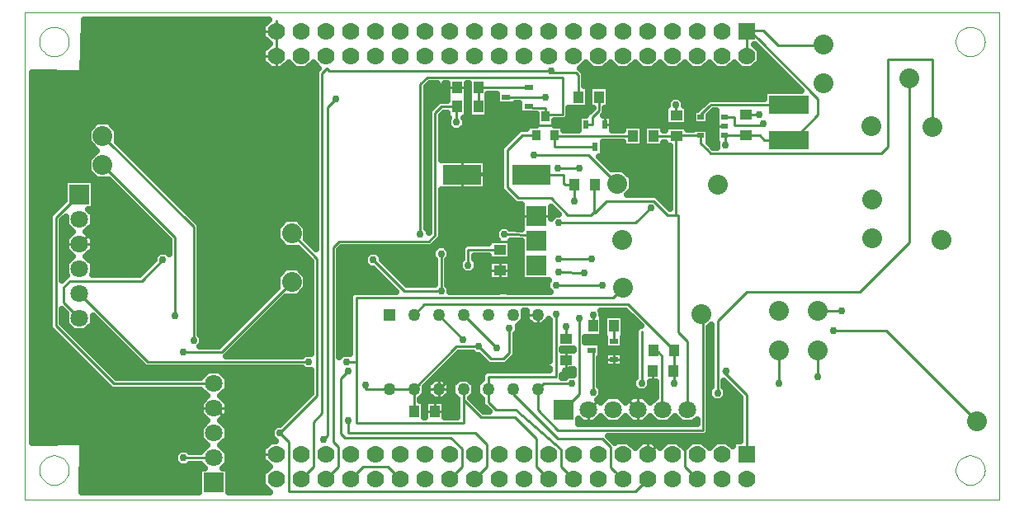
<source format=gbr>
G04 PROTEUS GERBER X2 FILE*
%TF.GenerationSoftware,Labcenter,Proteus,8.16-SP3-Build36097*%
%TF.CreationDate,2025-11-07T09:34:26+00:00*%
%TF.FileFunction,Copper,L2,Bot*%
%TF.FilePolarity,Positive*%
%TF.Part,Single*%
%TF.SameCoordinates,{86f2edb6-a998-41b4-a695-59585592bfa3}*%
%FSLAX45Y45*%
%MOMM*%
G01*
%TA.AperFunction,Conductor*%
%ADD10C,0.254000*%
%TA.AperFunction,ViaPad*%
%ADD11C,0.762000*%
%TA.AperFunction,Conductor*%
%ADD12C,0.635000*%
%TA.AperFunction,ComponentPad*%
%ADD13R,2.032000X2.032000*%
%TA.AperFunction,ComponentPad*%
%ADD16C,2.032000*%
%TA.AperFunction,SMDPad,CuDef*%
%ADD14R,1.016000X1.270000*%
%TA.AperFunction,ComponentPad*%
%ADD17C,1.800000*%
%TA.AperFunction,SMDPad,CuDef*%
%ADD21R,1.270000X1.016000*%
%TA.AperFunction,SMDPad,CuDef*%
%ADD22R,0.939800X0.609600*%
%ADD23R,0.889000X1.016000*%
%ADD24R,0.609600X0.939800*%
%TA.AperFunction,SMDPad,CuDef*%
%ADD25R,0.635000X0.508000*%
%TA.AperFunction,SMDPad,CuDef*%
%ADD26R,4.100000X1.850000*%
%ADD27R,4.000000X2.000000*%
%TA.AperFunction,ComponentPad*%
%ADD18R,1.270000X1.270000*%
%ADD19C,1.270000*%
%TA.AperFunction,ComponentPad*%
%ADD70R,1.778000X1.778000*%
%ADD71C,1.778000*%
%TA.AperFunction,Profile*%
%ADD20C,0.101600*%
%TD.AperFunction*%
%TA.AperFunction,Conductor*%
G36*
X-3088429Y+2471339D02*
X-3088429Y+2356661D01*
X-3018768Y+2287000D01*
X-3088429Y+2217339D01*
X-3088429Y+2102661D01*
X-3007339Y+2021571D01*
X-2892661Y+2021571D01*
X-2823000Y+2091232D01*
X-2753339Y+2021571D01*
X-2638661Y+2021571D01*
X-2569000Y+2091232D01*
X-2514636Y+2036868D01*
X-2542229Y+2009275D01*
X-2542229Y+180233D01*
X-2639134Y+277137D01*
X-2638871Y+277400D01*
X-2638871Y+402600D01*
X-2727400Y+491129D01*
X-2852600Y+491129D01*
X-2941129Y+402600D01*
X-2941129Y+277400D01*
X-2852600Y+188871D01*
X-2727400Y+188871D01*
X-2727138Y+189133D01*
X-2592229Y+54225D01*
X-2592229Y-892371D01*
X-2656297Y-892371D01*
X-2681697Y-917771D01*
X-3459767Y-917771D01*
X-2852863Y-310867D01*
X-2852600Y-311129D01*
X-2727400Y-311129D01*
X-2638871Y-222600D01*
X-2638871Y-97400D01*
X-2727400Y-8871D01*
X-2852600Y-8871D01*
X-2941129Y-97400D01*
X-2941129Y-222600D01*
X-2940867Y-222863D01*
X-3535775Y-817771D01*
X-3730345Y-817771D01*
X-3707871Y-795297D01*
X-3707871Y-722703D01*
X-3733272Y-697303D01*
X-3733272Y+431276D01*
X-4579134Y+1277137D01*
X-4578871Y+1277400D01*
X-4578871Y+1402600D01*
X-4667400Y+1491129D01*
X-4792600Y+1491129D01*
X-4881129Y+1402600D01*
X-4881129Y+1277400D01*
X-4793729Y+1190000D01*
X-4881129Y+1102600D01*
X-4881129Y+977400D01*
X-4792600Y+888871D01*
X-4667400Y+888871D01*
X-4667138Y+889133D01*
X-4048229Y+270225D01*
X-4048229Y+125655D01*
X-4076703Y+154129D01*
X-4149297Y+154129D01*
X-4200629Y+102797D01*
X-4200629Y+66875D01*
X-4354275Y-86771D01*
X-4837447Y-86771D01*
X-4830471Y-79795D01*
X-4830471Y+35795D01*
X-4899676Y+105000D01*
X-4830471Y+174205D01*
X-4830471Y+289795D01*
X-4899676Y+359000D01*
X-4830471Y+428205D01*
X-4830471Y+543795D01*
X-4875547Y+588871D01*
X-4818871Y+588871D01*
X-4818871Y+891129D01*
X-5121129Y+891129D01*
X-5121129Y+676875D01*
X-5272229Y+525775D01*
X-5272229Y-635775D01*
X-4641775Y-1266229D01*
X-3725095Y-1266229D01*
X-3660324Y-1331000D01*
X-3729529Y-1400205D01*
X-3729529Y-1515795D01*
X-3660324Y-1585000D01*
X-3729529Y-1654205D01*
X-3729529Y-1769795D01*
X-3660324Y-1839000D01*
X-3725096Y-1903772D01*
X-3838303Y-1903772D01*
X-3863703Y-1878371D01*
X-3936297Y-1878371D01*
X-3987629Y-1929703D01*
X-3987629Y-2002297D01*
X-3936297Y-2053629D01*
X-3863703Y-2053629D01*
X-3838303Y-2028229D01*
X-3725095Y-2028229D01*
X-3684453Y-2068871D01*
X-3741129Y-2068871D01*
X-3741129Y-2316330D01*
X-4948464Y-2316330D01*
X-4940000Y-1800000D01*
X-5453070Y-1808846D01*
X-5453070Y+1989162D01*
X-4940000Y+1980000D01*
X-4922135Y+2533810D01*
X-3025958Y+2533810D01*
X-3088429Y+2471339D01*
G37*
%TD.AperFunction*%
%LPC*%
G36*
X-3020800Y+1823458D02*
X-3020800Y+1865542D01*
X-2991042Y+1895300D01*
X-2948958Y+1895300D01*
X-2919200Y+1865542D01*
X-2919200Y+1823458D01*
X-2948958Y+1793700D01*
X-2991042Y+1793700D01*
X-3020800Y+1823458D01*
G37*
G36*
X-4163800Y+2267958D02*
X-4163800Y+2310042D01*
X-4134042Y+2339800D01*
X-4091958Y+2339800D01*
X-4062200Y+2310042D01*
X-4062200Y+2267958D01*
X-4091958Y+2238200D01*
X-4134042Y+2238200D01*
X-4163800Y+2267958D01*
G37*
%LPD*%
%TA.AperFunction,Conductor*%
G36*
X-5109529Y-478475D02*
X-5109529Y-587795D01*
X-5027795Y-669529D01*
X-4912205Y-669529D01*
X-4830471Y-587795D01*
X-4830471Y-503533D01*
X-4291775Y-1042229D01*
X-2681697Y-1042229D01*
X-2656297Y-1067629D01*
X-2592229Y-1067629D01*
X-2592229Y-1304225D01*
X-2912375Y-1624371D01*
X-2948297Y-1624371D01*
X-2999629Y-1675703D01*
X-2999629Y-1748297D01*
X-2957735Y-1790191D01*
X-3007339Y-1790191D01*
X-3088429Y-1871281D01*
X-3088429Y-1985959D01*
X-3018768Y-2055620D01*
X-3088429Y-2125281D01*
X-3088429Y-2239959D01*
X-3012058Y-2316330D01*
X-3438871Y-2316330D01*
X-3438871Y-2068871D01*
X-3495547Y-2068871D01*
X-3450471Y-2023795D01*
X-3450471Y-1908205D01*
X-3519676Y-1839000D01*
X-3450471Y-1769795D01*
X-3450471Y-1654205D01*
X-3519676Y-1585000D01*
X-3450471Y-1515795D01*
X-3450471Y-1400205D01*
X-3519676Y-1331000D01*
X-3450471Y-1261795D01*
X-3450471Y-1146205D01*
X-3532205Y-1064471D01*
X-3647795Y-1064471D01*
X-3725096Y-1141772D01*
X-3738814Y-1141772D01*
X-3900000Y-1141771D01*
X-4590225Y-1141771D01*
X-5147771Y-584225D01*
X-5147771Y-440233D01*
X-5109529Y-478475D01*
G37*
%TD.AperFunction*%
%TA.AperFunction,Conductor*%
G36*
X+2437966Y+1804029D02*
X+2055471Y+1804029D01*
X+2055471Y+1724229D01*
X+1486225Y+1724229D01*
X+1371845Y+1609849D01*
X+1326181Y+1609849D01*
X+1326181Y+1459991D01*
X+1488739Y+1459991D01*
X+1488739Y+1550735D01*
X+1537775Y+1599771D01*
X+1564941Y+1599771D01*
X+1564941Y+1269491D01*
X+1572371Y+1269491D01*
X+1572371Y+1222229D01*
X+1535775Y+1222229D01*
X+1532228Y+1225777D01*
X+1488514Y+1269491D01*
X+1488739Y+1269491D01*
X+1488739Y+1419349D01*
X+1326181Y+1419349D01*
X+1326181Y+1406649D01*
X+1269669Y+1406649D01*
X+1269669Y+1436969D01*
X+1043611Y+1436969D01*
X+1043611Y+1398869D01*
X+1023689Y+1398869D01*
X+1023689Y+1453029D01*
X+823031Y+1453029D01*
X+823031Y+1226971D01*
X+1023689Y+1226971D01*
X+1023689Y+1274411D01*
X+1043611Y+1274411D01*
X+1043611Y+1236311D01*
X+1087771Y+1236311D01*
X+1087771Y+594206D01*
X+948152Y+733825D01*
X+647554Y+733825D01*
X+701129Y+787400D01*
X+701129Y+912600D01*
X+612600Y+1001129D01*
X+487400Y+1001129D01*
X+487137Y+1000866D01*
X+359522Y+1128481D01*
X+405009Y+1128481D01*
X+405009Y+1277771D01*
X+609671Y+1277771D01*
X+609671Y+1226971D01*
X+810329Y+1226971D01*
X+810329Y+1453029D01*
X+609671Y+1453029D01*
X+609671Y+1402228D01*
X+500009Y+1402228D01*
X+500009Y+1551519D01*
X+403130Y+1551519D01*
X+425589Y+1573978D01*
X+425589Y+1626971D01*
X+463689Y+1626971D01*
X+463689Y+1853029D01*
X+263031Y+1853029D01*
X+263031Y+1626971D01*
X+301131Y+1626971D01*
X+301131Y+1625528D01*
X+231355Y+1555752D01*
X+231355Y+1551519D01*
X+149991Y+1551519D01*
X+149991Y+1402228D01*
X-2041Y+1402228D01*
X-2041Y+1449829D01*
X-96021Y+1449829D01*
X-96021Y+1497771D01*
X+15775Y+1497771D01*
X+52229Y+1534225D01*
X+52229Y+1626971D01*
X+250329Y+1626971D01*
X+250329Y+1853029D01*
X+212229Y+1853029D01*
X+212229Y+1988775D01*
X+185229Y+2015776D01*
X+167386Y+2033618D01*
X+225000Y+2091232D01*
X+294661Y+2021571D01*
X+409339Y+2021571D01*
X+479000Y+2091232D01*
X+548661Y+2021571D01*
X+663339Y+2021571D01*
X+733000Y+2091232D01*
X+802661Y+2021571D01*
X+917339Y+2021571D01*
X+987000Y+2091232D01*
X+1056661Y+2021571D01*
X+1171339Y+2021571D01*
X+1241000Y+2091232D01*
X+1310661Y+2021571D01*
X+1425339Y+2021571D01*
X+1495000Y+2091232D01*
X+1564661Y+2021571D01*
X+1679339Y+2021571D01*
X+1749000Y+2091232D01*
X+1818661Y+2021571D01*
X+1933339Y+2021571D01*
X+2014429Y+2102661D01*
X+2014429Y+2217339D01*
X+1956197Y+2275571D01*
X+1966424Y+2275571D01*
X+2437966Y+1804029D01*
G37*
%TD.AperFunction*%
%LPC*%
G36*
X+1237629Y+1696297D02*
X+1237629Y+1650329D01*
X+1269669Y+1650329D01*
X+1269669Y+1449671D01*
X+1043611Y+1449671D01*
X+1043611Y+1650329D01*
X+1062371Y+1650329D01*
X+1062371Y+1696297D01*
X+1113703Y+1747629D01*
X+1186297Y+1747629D01*
X+1237629Y+1696297D01*
G37*
%LPD*%
%TA.AperFunction,Conductor*%
G36*
X-1190329Y+1726971D02*
X-1190329Y+1702228D01*
X-1281276Y+1702228D01*
X-1381229Y+1602275D01*
X-1381229Y+346275D01*
X-1382371Y+345133D01*
X-1382371Y+366297D01*
X-1407771Y+391697D01*
X-1407771Y+1844225D01*
X-1374225Y+1877771D01*
X-1294071Y+1877771D01*
X-1306300Y+1865542D01*
X-1306300Y+1823458D01*
X-1276542Y+1793700D01*
X-1234458Y+1793700D01*
X-1204700Y+1823458D01*
X-1204700Y+1865542D01*
X-1216929Y+1877771D01*
X-1190329Y+1877771D01*
X-1190329Y+1726971D01*
G37*
%TD.AperFunction*%
%TA.AperFunction,Conductor*%
G36*
X-976969Y+1726971D02*
X-976969Y+1526971D01*
X-776311Y+1526971D01*
X-776311Y+1772771D01*
X-686519Y+1772771D01*
X-686519Y+1659991D01*
X-493481Y+1659991D01*
X-493481Y+1677771D01*
X-456519Y+1677771D01*
X-456519Y+1564991D01*
X-283979Y+1564991D01*
X-283979Y+1449829D01*
X-377959Y+1449829D01*
X-377959Y+1411729D01*
X-447799Y+1411729D01*
X-642228Y+1217300D01*
X-642228Y+789538D01*
X-490461Y+637771D01*
X-431129Y+637771D01*
X-431129Y+386057D01*
X-548299Y+392224D01*
X-573703Y+417629D01*
X-646297Y+417629D01*
X-697629Y+366297D01*
X-697629Y+293703D01*
X-677615Y+273689D01*
X-769669Y+273689D01*
X-769669Y+235589D01*
X-1005775Y+235589D01*
X-1042229Y+199135D01*
X-1042229Y+73697D01*
X-1067629Y+48297D01*
X-1067629Y-24297D01*
X-1016297Y-75629D01*
X-943703Y-75629D01*
X-892371Y-24297D01*
X-892371Y+48297D01*
X-917771Y+73697D01*
X-917771Y+111131D01*
X-769669Y+111131D01*
X-769669Y+73031D01*
X-543611Y+73031D01*
X-543611Y+267349D01*
X-431129Y+261429D01*
X-431129Y-139129D01*
X-153055Y-139129D01*
X-167629Y-153703D01*
X-167629Y-226297D01*
X-136155Y-257771D01*
X-569700Y-257771D01*
X-569700Y-229958D01*
X-599458Y-200200D01*
X-641542Y-200200D01*
X-671300Y-229958D01*
X-671300Y-257771D01*
X-1167871Y-257771D01*
X-1167871Y-214703D01*
X-1193271Y-189303D01*
X-1193271Y+68303D01*
X-1167871Y+93703D01*
X-1167871Y+166297D01*
X-1219203Y+217629D01*
X-1291797Y+217629D01*
X-1343129Y+166297D01*
X-1343129Y+93703D01*
X-1317729Y+68303D01*
X-1317729Y-188771D01*
X-1610725Y-188771D01*
X-1866371Y+66875D01*
X-1866371Y+102797D01*
X-1917703Y+154129D01*
X-1990297Y+154129D01*
X-2041629Y+102797D01*
X-2041629Y+30203D01*
X-1990297Y-21129D01*
X-1954375Y-21129D01*
X-1717733Y-257771D01*
X-2155775Y-257771D01*
X-2192229Y-294225D01*
X-2192229Y-893845D01*
X-2193703Y-892371D01*
X-2266297Y-892371D01*
X-2302771Y-928845D01*
X-2302771Y+167725D01*
X-2275725Y+194771D01*
X-1356725Y+194771D01*
X-1256771Y+294725D01*
X-1256771Y+790471D01*
X-795471Y+790471D01*
X-795471Y+1089529D01*
X-1256771Y+1089529D01*
X-1256771Y+1550725D01*
X-1229725Y+1577771D01*
X-1190329Y+1577771D01*
X-1190329Y+1526971D01*
X-1176955Y+1526971D01*
X-1187629Y+1516297D01*
X-1187629Y+1443703D01*
X-1136297Y+1392371D01*
X-1063703Y+1392371D01*
X-1012371Y+1443703D01*
X-1012371Y+1516297D01*
X-1023046Y+1526971D01*
X-989671Y+1526971D01*
X-989671Y+1877771D01*
X-976969Y+1877771D01*
X-976969Y+1726971D01*
G37*
%TD.AperFunction*%
%LPC*%
G36*
X-769669Y-140329D02*
X-769669Y+60329D01*
X-543611Y+60329D01*
X-543611Y-140329D01*
X-769669Y-140329D01*
G37*
%LPD*%
%TA.AperFunction,Conductor*%
G36*
X-53132Y+535129D02*
X-85297Y+535129D01*
X-128871Y+491555D01*
X-128871Y+610868D01*
X-53132Y+535129D01*
G37*
%TD.AperFunction*%
%TA.AperFunction,Conductor*%
G36*
X-5109529Y+428205D02*
X-5040324Y+359000D01*
X-5109529Y+289795D01*
X-5109529Y+174205D01*
X-5040324Y+105000D01*
X-5109529Y+35795D01*
X-5109529Y-79795D01*
X-5096914Y-92410D01*
X-5147771Y-143267D01*
X-5147771Y+474225D01*
X-5109529Y+512467D01*
X-5109529Y+428205D01*
G37*
%TD.AperFunction*%
%TA.AperFunction,Conductor*%
G36*
X+97771Y-859671D02*
X-17771Y-859671D01*
X-17771Y-846969D01*
X+97771Y-846969D01*
X+97771Y-859671D01*
G37*
%TD.AperFunction*%
%TA.AperFunction,Conductor*%
G36*
X-379029Y-544818D02*
X-312818Y-611029D01*
X-219182Y-611029D01*
X-152971Y-544818D01*
X-152971Y-540955D01*
X-142229Y-551697D01*
X-142229Y-974929D01*
X-154958Y-962200D01*
X-197042Y-962200D01*
X-226800Y-991958D01*
X-226800Y-1034042D01*
X-197042Y-1063800D01*
X-154958Y-1063800D01*
X-142229Y-1051071D01*
X-142229Y-1067771D01*
X-799775Y-1067771D01*
X-836229Y-1104225D01*
X-836229Y-1162382D01*
X-887029Y-1213182D01*
X-887029Y-1306818D01*
X-836229Y-1357619D01*
X-836228Y-1418396D01*
X-766853Y-1487771D01*
X-822225Y-1487771D01*
X-959075Y-1350922D01*
X-914971Y-1306818D01*
X-914971Y-1213182D01*
X-981182Y-1146971D01*
X-1074818Y-1146971D01*
X-1141029Y-1213182D01*
X-1141029Y-1306818D01*
X-1090229Y-1357618D01*
X-1090229Y-1545542D01*
X-1219591Y-1545542D01*
X-1219591Y-1376971D01*
X-1420249Y-1376971D01*
X-1420249Y-1545542D01*
X-1432951Y-1545542D01*
X-1432951Y-1376971D01*
X-1473771Y-1376971D01*
X-1473771Y-1357618D01*
X-1422971Y-1306818D01*
X-1422971Y-1234975D01*
X-1072725Y-884729D01*
X-936197Y-884729D01*
X-910797Y-910129D01*
X-874875Y-910129D01*
X-773275Y-1011729D01*
X-594725Y-1011729D01*
X-494771Y-911775D01*
X-494771Y-693697D01*
X-469371Y-668297D01*
X-469371Y-607218D01*
X-406971Y-544818D01*
X-406971Y-452228D01*
X-379029Y-452228D01*
X-379029Y-544818D01*
G37*
%TD.AperFunction*%
%LPC*%
G36*
X-1395029Y-1306818D02*
X-1395029Y-1213182D01*
X-1328818Y-1146971D01*
X-1235182Y-1146971D01*
X-1168971Y-1213182D01*
X-1168971Y-1306818D01*
X-1235182Y-1373029D01*
X-1328818Y-1373029D01*
X-1395029Y-1306818D01*
G37*
%LPD*%
%TA.AperFunction,Conductor*%
G36*
X+97771Y-1112371D02*
X+50471Y-1112371D01*
X+65300Y-1097542D01*
X+65300Y-1060329D01*
X+97771Y-1060329D01*
X+97771Y-1112371D01*
G37*
%TD.AperFunction*%
%TA.AperFunction,Conductor*%
G36*
X-6542Y-1127300D02*
X+28774Y-1127300D01*
X+18303Y-1137771D01*
X-17771Y-1137771D01*
X-17771Y-1116071D01*
X-6542Y-1127300D01*
G37*
%TD.AperFunction*%
%TA.AperFunction,Conductor*%
G36*
X+793127Y-607771D02*
X+774224Y-607771D01*
X+737771Y-644224D01*
X+737771Y-1138303D01*
X+712371Y-1163703D01*
X+712371Y-1236297D01*
X+763703Y-1287629D01*
X+836297Y-1287629D01*
X+887629Y-1236297D01*
X+887629Y-1183029D01*
X+947771Y-1183029D01*
X+947771Y-1340905D01*
X+889000Y-1399676D01*
X+819795Y-1330471D01*
X+704205Y-1330471D01*
X+635000Y-1399676D01*
X+565795Y-1330471D01*
X+450205Y-1330471D01*
X+381000Y-1399676D01*
X+347625Y-1366301D01*
X+387629Y-1326297D01*
X+387629Y-1253703D01*
X+362229Y-1228303D01*
X+362229Y-940009D01*
X+382519Y-940009D01*
X+382519Y-779991D01*
X+222229Y-779991D01*
X+222229Y-723029D01*
X+400329Y-723029D01*
X+400329Y-496971D01*
X+387629Y-496971D01*
X+387629Y-463703D01*
X+376154Y-452228D01*
X+637584Y-452228D01*
X+793127Y-607771D01*
G37*
%TD.AperFunction*%
%LPC*%
G36*
X+613689Y-723029D02*
X+612519Y-723029D01*
X+612519Y-845009D01*
X+419481Y-845009D01*
X+419481Y-723029D01*
X+413031Y-723029D01*
X+413031Y-496971D01*
X+613689Y-496971D01*
X+613689Y-723029D01*
G37*
G36*
X+612519Y-874991D02*
X+612519Y-1035009D01*
X+419481Y-1035009D01*
X+419481Y-874991D01*
X+612519Y-874991D01*
G37*
%LPD*%
%TA.AperFunction,Conductor*%
G36*
X+1212205Y-1609529D02*
X+1327795Y-1609529D01*
X+1367771Y-1569553D01*
X+1367771Y-1617772D01*
X+151129Y-1617772D01*
X+151129Y-1564453D01*
X+196205Y-1609529D01*
X+311795Y-1609529D01*
X+381000Y-1540324D01*
X+450205Y-1609529D01*
X+565795Y-1609529D01*
X+635000Y-1540324D01*
X+704205Y-1609529D01*
X+819795Y-1609529D01*
X+889000Y-1540324D01*
X+958205Y-1609529D01*
X+1073795Y-1609529D01*
X+1143000Y-1540324D01*
X+1212205Y-1609529D01*
G37*
%TD.AperFunction*%
%TA.AperFunction,Conductor*%
G36*
X+1517771Y-1238303D02*
X+1492371Y-1263703D01*
X+1492371Y-1336297D01*
X+1543703Y-1387629D01*
X+1616297Y-1387629D01*
X+1667629Y-1336297D01*
X+1667629Y-1263703D01*
X+1642229Y-1238303D01*
X+1642229Y-1171233D01*
X+1813771Y-1342775D01*
X+1813771Y-1790191D01*
X+1737571Y-1790191D01*
X+1737571Y-1848423D01*
X+1679339Y-1790191D01*
X+1564661Y-1790191D01*
X+1495000Y-1859852D01*
X+1425339Y-1790191D01*
X+1310661Y-1790191D01*
X+1241000Y-1859852D01*
X+1171339Y-1790191D01*
X+1056661Y-1790191D01*
X+987000Y-1859852D01*
X+917339Y-1790191D01*
X+802661Y-1790191D01*
X+733000Y-1859852D01*
X+663339Y-1790191D01*
X+548661Y-1790191D01*
X+528428Y-1810424D01*
X+460232Y-1742228D01*
X+1455776Y-1742228D01*
X+1492229Y-1705775D01*
X+1492229Y-621500D01*
X+1517771Y-595958D01*
X+1517771Y-1238303D01*
G37*
%TD.AperFunction*%
D10*
X+160000Y-530000D02*
X+160000Y-1160000D01*
X+160000Y-1310000D01*
X+0Y-1470000D01*
X+110000Y+840000D02*
X+13906Y+840000D01*
X+7929Y+845977D01*
X-759Y+845977D01*
X-759Y+938314D01*
X-333314Y+938314D01*
X-335000Y+940000D01*
X+110000Y+840000D02*
X+110000Y+670000D01*
X+920000Y-860000D02*
X+970800Y-880800D01*
X+1010000Y-920000D01*
X+1010000Y-1380000D01*
X+1016000Y-1470000D01*
X+516000Y-765000D02*
X+516000Y-673500D01*
X+513360Y-610000D01*
X-876640Y+1840000D02*
X-825840Y+1835000D01*
X-360000Y+1835000D01*
X-876640Y+1840000D02*
X-876640Y+1640000D01*
X-96020Y+1349500D02*
X-96020Y+1230000D01*
X+320000Y+1230000D01*
X+325000Y+1225000D01*
X-96020Y+1349500D02*
X-51570Y+1340000D01*
X+710000Y+1340000D01*
X+2010000Y+1560000D02*
X+1930140Y+1560000D01*
X+1866640Y+1560000D01*
X+1150000Y+1660000D02*
X+1150000Y+1600800D01*
X+1156640Y+1550000D01*
X+363360Y+1740000D02*
X+363360Y+1599753D01*
X+293583Y+1529976D01*
X+293583Y+1455000D01*
X+230000Y+1455000D01*
X+1407460Y+1534920D02*
X+1407460Y+1557460D01*
X+1490000Y+1640000D01*
X+1512000Y+1662000D01*
X+2310000Y+1662000D01*
X-1536000Y-1260000D02*
X-1098500Y-822500D01*
X-874500Y-822500D01*
X-747500Y-949500D01*
X-620500Y-949500D01*
X-557000Y-886000D01*
X-557000Y-632000D01*
X-1536000Y-1260000D02*
X-1790000Y-1260000D01*
X-190000Y+1740000D02*
X-590000Y+1740000D01*
X+23360Y-620000D02*
X+23360Y-746640D01*
X-4970000Y+740000D02*
X-5210000Y+500000D01*
X-5210000Y-610000D01*
X-4616000Y-1204000D01*
X-3900000Y-1204000D01*
X-3590000Y-1204000D01*
X+1646220Y+1344420D02*
X+1660000Y+1319020D01*
X+1660000Y+1250000D01*
X-1790000Y-1260000D02*
X-2030000Y-1260000D01*
X-2030000Y-1220000D01*
X-1536000Y-1260000D02*
X-1536000Y-1426500D01*
X-1533280Y-1490000D01*
X+1866640Y+1346640D02*
X+1930140Y+1344420D01*
X+2013580Y+1344420D01*
X+2060000Y+1298000D01*
X+2310000Y+1298000D01*
X+1876000Y+2414000D02*
X+1876000Y+2160000D01*
X+1646220Y+1344420D02*
X+1864420Y+1344420D01*
X+1866640Y+1346640D01*
X+1270000Y-1470000D02*
X+1270000Y-770000D01*
X+1180000Y-680000D01*
X+1180000Y+530000D01*
X+1150000Y+530000D01*
X+1156640Y+1336640D02*
X+1150000Y+1330000D01*
X+1150000Y+530000D01*
X+311625Y+561625D02*
X+280000Y+530000D01*
X+40001Y+530000D01*
X-129999Y+700000D01*
X-464686Y+700000D01*
X-580000Y+815314D01*
X-580000Y+1191524D01*
X-422024Y+1349500D01*
X-283980Y+1349500D01*
X+311626Y+561624D02*
X+311625Y+776500D01*
X+311625Y+561625D02*
X+311626Y+561624D01*
X+311626Y+551788D01*
X+321462Y+551788D01*
X+311626Y+561624D02*
X+321462Y+551788D01*
X+323360Y+840000D02*
X+313523Y+786770D01*
X+311625Y+776500D02*
X+311626Y+776500D01*
X+323360Y+840000D02*
X+313523Y+840000D01*
X+313523Y+830163D01*
X+313523Y+786770D02*
X+313523Y+830163D01*
X+323360Y+840000D02*
X+313523Y+830163D01*
X+311626Y+776500D02*
X+311625Y+828265D01*
X+313523Y+830163D01*
X+311626Y+561624D02*
X+311626Y+776500D01*
X+313523Y+786770D02*
X+311626Y+776500D01*
X+1156640Y+1336640D02*
X+926720Y+1336640D01*
X+1156640Y+1336640D02*
X+1164420Y+1344420D01*
X+1407460Y+1344420D01*
X+926720Y+1336640D02*
X+923360Y+1340000D01*
X+1156640Y+1336640D02*
X+1176640Y+1336640D01*
X+1407460Y+1344420D02*
X+1407460Y+1262541D01*
X+1470000Y+1200001D01*
X+1470000Y+1200000D01*
X+1510000Y+1160000D01*
X+3260000Y+1160000D01*
X+3330000Y+1230000D01*
X+3330000Y+2122656D01*
X+3780000Y+2122656D01*
X+3780000Y+1430000D01*
X+290000Y+80000D02*
X-50000Y+80000D01*
X-190000Y+1540000D02*
X-145550Y+1560000D01*
X-10000Y+1560000D01*
X-10000Y+1940000D01*
X-1400000Y+1940000D01*
X-1470000Y+1870000D01*
X-1470000Y+330000D01*
X-280000Y+266000D02*
X-360000Y+320000D01*
X-550000Y+330000D01*
X-610000Y+330000D01*
X-190000Y+1540000D02*
X-190000Y+1630000D01*
X-313010Y+1630000D01*
X-360000Y+1645000D01*
X+214706Y-68824D02*
X-48037Y-61963D01*
X-980000Y+12000D02*
X-980000Y+173360D01*
X-656640Y+173360D01*
X+1133360Y-1200000D02*
X+1133360Y-1006500D01*
X+2210000Y-1200000D02*
X+2210000Y-860000D01*
X+1133360Y-860000D02*
X+1133360Y-1006500D01*
X+1133360Y-860000D02*
X+663360Y-390000D01*
X-1428000Y-390000D01*
X-1536000Y-498000D01*
X+1133360Y-1006500D02*
X+1126720Y-1070000D01*
X+2850000Y-460000D02*
X+2610000Y-460000D01*
X-1030000Y-750000D02*
X-1282000Y-498000D01*
X+2610000Y-1130000D02*
X+2610000Y-860000D01*
X-686000Y-840000D02*
X-1028000Y-498000D01*
X+1410000Y-490000D02*
X+1430000Y-591600D01*
X+1430000Y-1680000D01*
X-56000Y-1680000D01*
X-266000Y-1470000D01*
X-266000Y-1260000D01*
X+800000Y-1200000D02*
X+800000Y-670000D01*
X-266000Y-1260000D02*
X-206000Y-1200000D01*
X+80000Y-1200000D01*
X-620500Y+574500D02*
X-811000Y+765000D01*
X-811000Y+955500D01*
X-874500Y+1400000D02*
X-811000Y+1336500D01*
X-811000Y+955500D01*
X-4113000Y+2289000D02*
X-4938500Y+1463500D01*
X-4938500Y+1019000D01*
X-4748000Y+828500D01*
X-4748000Y+454000D01*
X-4970000Y+232000D01*
X-1282000Y-1260000D02*
X-1035000Y-1013000D01*
X-430000Y-1013000D01*
X-366500Y-949500D01*
X+860000Y-1928620D02*
X+1031000Y-1757620D01*
X+1127500Y-1757620D01*
X+1241000Y-1871120D01*
X+1241000Y-2055620D01*
X+1368000Y-2182620D01*
X-1090000Y+1840000D02*
X-1001500Y+1840000D01*
X-1001500Y+1527000D01*
X-874500Y+1400000D01*
X+516000Y-955000D02*
X+635000Y-955000D01*
X+635000Y-1343000D01*
X+762000Y-1470000D01*
X-874500Y+955500D02*
X-811000Y+955500D01*
X+420000Y+1455000D02*
X+420000Y+1590500D01*
X+459000Y+1629500D01*
X+459000Y+1844500D01*
X+268500Y+1844500D01*
X+268500Y+1641338D01*
X+205000Y+1641338D01*
X+14612Y+1450950D01*
X-823550Y+1450950D01*
X-874500Y+1400000D01*
X-266000Y-498000D02*
X-266000Y-849000D01*
X-366500Y-949500D01*
X+762000Y-1330500D02*
X+840000Y-1330500D01*
X+913360Y-1257140D01*
X+913360Y-1070000D01*
X-620500Y+574500D02*
X-620500Y+511000D01*
X-656640Y-40000D02*
X-557000Y-40000D01*
X-557000Y+257000D01*
X-684000Y+257000D01*
X-684000Y+447500D01*
X-620500Y+511000D01*
X-557000Y+511000D01*
X-548000Y+520000D01*
X-280000Y+520000D01*
X+420000Y+1455000D02*
X+1221000Y+1455000D01*
X+1235060Y+1440940D01*
X+1646220Y+1440940D01*
X-1282000Y-1260000D02*
X-1282000Y-1356080D01*
X-1319920Y-1394000D01*
X-1319920Y-1490000D01*
X-656640Y-40000D02*
X-656640Y-214860D01*
X-620500Y-251000D01*
X-874500Y+955500D02*
X-922500Y+955500D01*
X-938000Y+940000D01*
X-1045000Y+940000D01*
X+14500Y-1076500D02*
X+23360Y-1067640D01*
X+23360Y-960000D01*
X-1090000Y+1840000D02*
X-1251000Y+1840000D01*
X-1255500Y+1844500D01*
X+516000Y-955000D02*
X+381000Y-955000D01*
X+381000Y-1343000D01*
X+254000Y-1470000D01*
X-2188000Y-2182620D02*
X-2061000Y-2055620D01*
X-1807000Y-2055620D01*
X-1680000Y-2182620D01*
X-2950000Y+2414000D02*
X-2950000Y+2160000D01*
X-366500Y-949500D02*
X-303000Y-1013000D01*
X-176000Y-1013000D01*
X+762000Y-1470000D02*
X+762000Y-1330500D01*
X+1580000Y-1300000D02*
X+1580000Y-560000D01*
X+1880000Y-260000D01*
X+3040000Y-260000D01*
X+3180000Y-120000D01*
X+3550000Y+250000D01*
X+3550000Y+1930000D01*
X+300000Y-1290000D02*
X+300000Y-890480D01*
X+286000Y-860000D01*
X+1750000Y+1450000D02*
X+2033000Y+1450000D01*
X+2046500Y+1463500D01*
X+1750000Y+1450000D02*
X+1750000Y+1530000D01*
X+1677970Y+1530000D01*
X+1646220Y+1534920D01*
X-1090000Y+1640000D02*
X-1100000Y+1576500D01*
X-1100000Y+1480000D01*
X+160000Y+1010000D02*
X-60000Y+1010000D01*
X+2770000Y-660000D02*
X+3310000Y-660000D01*
X+4240000Y-1590000D01*
X+300000Y-500000D02*
X+300000Y-610000D01*
X-4730000Y+1340000D02*
X-3795500Y+405500D01*
X-3795500Y-759000D01*
X-4113000Y+66500D02*
X-4328500Y-149000D01*
X-5065500Y-149000D01*
X-5129000Y-212500D01*
X-5129000Y-371000D01*
X-4970000Y-530000D01*
X-1255500Y-251000D02*
X-1636500Y-251000D01*
X-1954000Y+66500D01*
X-1255500Y+130000D02*
X-1255500Y-251000D01*
X-2130000Y-980000D02*
X-2130000Y-1607771D01*
X-2230000Y-980000D02*
X-2130000Y-980000D01*
X-2130000Y-320000D01*
X+510000Y-320000D01*
X+610000Y-220000D01*
X-1028000Y-1370000D02*
X-1028000Y-1260000D01*
X-2130000Y-1607771D02*
X-1028000Y-1607771D01*
X-1028000Y-1370000D01*
X-2620000Y-980000D02*
X-4266000Y-980000D01*
X-4970000Y-276000D01*
X-80000Y-190000D02*
X+400000Y-190000D01*
X-774000Y-1260000D02*
X-774000Y-1130000D01*
X-80000Y-1130000D01*
X-80000Y-490000D01*
X-303000Y+1146000D02*
X+254000Y+1146000D01*
X+550000Y+850000D01*
X-2912000Y-1712000D02*
X-2530000Y-1330000D01*
X-2530000Y+80000D01*
X-2790000Y+340000D01*
X-3590000Y-1966000D02*
X-3900000Y-1966000D01*
X-3900000Y-880000D02*
X-3510000Y-880000D01*
X-2790000Y-160000D01*
X+893971Y+603016D02*
X+738455Y+447500D01*
X-49000Y+447500D01*
X+1150000Y+530000D02*
X+1063973Y+530000D01*
X+922377Y+671596D01*
X+441270Y+671596D01*
X+321462Y+551788D01*
X+1876000Y-1928620D02*
X+1876000Y-1317000D01*
X+1635500Y-1076500D01*
X+1665500Y-1076500D01*
X-2950000Y-1928620D02*
X-3102000Y-1928620D01*
X-3590000Y-1440620D01*
X-3590000Y-1458000D01*
X-1090000Y+1640000D02*
X-1255500Y+1640000D01*
X-1319000Y+1576500D01*
X-1319000Y+320500D01*
X-1382500Y+257000D01*
X-2301500Y+257000D01*
X-2365000Y+193500D01*
X-2365000Y-1805020D01*
X-2315000Y-1855020D01*
X-2315000Y-2055620D01*
X-2442000Y-2182620D01*
X-2208000Y-1584500D02*
X-2208000Y-1711500D01*
X-904500Y-1711500D01*
X-791000Y-1825000D01*
X-791000Y-2055620D01*
X-918000Y-2182620D01*
X-1028000Y-1370000D02*
X-848000Y-1550000D01*
X-498004Y-1550000D01*
X-280000Y-1768004D01*
X-280000Y-2058620D01*
X-156000Y-2182620D01*
X-774000Y-1260000D02*
X-774000Y-1392620D01*
X-694000Y-1472620D01*
X-490833Y-1472620D01*
X-30000Y-1877254D01*
X-30000Y-2054620D01*
X+98000Y-2182620D01*
X-520000Y-1260000D02*
X-520000Y-1310000D01*
X-60000Y-1770000D01*
X+400000Y-1770000D01*
X+480000Y-1850000D01*
X+480000Y-2062620D01*
X+517100Y-2099720D01*
X+606000Y-2182620D01*
X-2912000Y-1712000D02*
X-2820000Y-1804000D01*
X-2820000Y-2310000D01*
X+732620Y-2310000D01*
X+860000Y-2182620D01*
X-2335000Y+1717500D02*
X-2420000Y+1632500D01*
X-2420000Y-1733000D01*
X-2462000Y-1775000D01*
X-4730000Y+1040000D02*
X-3986000Y+296000D01*
X-3986000Y-505000D01*
X-2208000Y-1076500D02*
X-2284200Y-1152700D01*
X-2284200Y-1715800D01*
X-2242380Y-1757620D01*
X-1158500Y-1757620D01*
X-1045000Y-1871120D01*
X-1045000Y-2055620D01*
X-1172000Y-2182620D01*
X+2310000Y+1298000D02*
X+2350000Y+1298000D01*
X+2610000Y+1558000D01*
X+2610000Y+1720000D01*
X+1994900Y+2335100D01*
X+1906000Y+2414000D01*
X+1876000Y+2414000D01*
X+1876000Y+2424000D01*
X+2046000Y+2424000D01*
X+2200000Y+2270000D01*
X+2670000Y+2270000D01*
X+2670000Y+2280000D01*
X-2950000Y+2414000D02*
X-3968000Y+2414000D01*
X-4113000Y+2269000D01*
X-4113000Y+2289000D01*
X-2950000Y+2160000D02*
X-2950000Y+1854500D01*
X-2960000Y+1844500D01*
X-2970000Y+1844500D01*
X-130000Y+2010000D02*
X-2403500Y+2010000D01*
X-2428500Y+2035000D01*
X-2480000Y+1983500D01*
X-2480000Y-1509000D01*
X-2569000Y-1598000D01*
X-2569000Y-2055620D01*
X-2696000Y-2182620D01*
X+150000Y+1740000D02*
X+150000Y+1963000D01*
X+123000Y+1990000D01*
X-110000Y+1990000D01*
X-130000Y+2010000D01*
D11*
X+160000Y-530000D03*
X+110000Y+670000D03*
X+2010000Y+1560000D03*
X+1150000Y+1660000D03*
X-557000Y-632000D03*
X+1665500Y-1076500D03*
X-190000Y+1740000D03*
X+23360Y-620000D03*
X+1660000Y+1250000D03*
X-2030000Y-1220000D03*
X-874500Y-822500D03*
X-50000Y+80000D03*
X+290000Y+80000D03*
X-1470000Y+330000D03*
X-610000Y+330000D03*
X-48037Y-61963D03*
X+214706Y-68824D03*
X-980000Y+12000D03*
X+1133360Y-1200000D03*
X+2210000Y-1200000D03*
X+2850000Y-460000D03*
X-1030000Y-750000D03*
X+2610000Y-1130000D03*
X-686000Y-840000D03*
X+800000Y-1200000D03*
X+80000Y-1200000D03*
X-620500Y-251000D03*
X+14500Y-1076500D03*
X-1255500Y+1844500D03*
X-2970000Y+1844500D03*
X-176000Y-1013000D03*
X-4113000Y+2289000D03*
X+1580000Y-1300000D03*
X+300000Y-1290000D03*
X+2046500Y+1463500D03*
X-1100000Y+1480000D03*
X-60000Y+1010000D03*
X+160000Y+1010000D03*
X+2770000Y-660000D03*
X+300000Y-500000D03*
X-2208000Y-1584500D03*
X-3795500Y-759000D03*
X-4113000Y+66500D03*
X-1954000Y+66500D03*
X-49000Y+447500D03*
X-1255500Y+130000D03*
X-2230000Y-980000D03*
X-2620000Y-980000D03*
X+400000Y-190000D03*
X-80000Y-190000D03*
X-80000Y-490000D03*
X-303000Y+1146000D03*
X-3900000Y-1966000D03*
X-3900000Y-880000D03*
X+893971Y+603016D03*
X-2912000Y-1712000D03*
X-1255500Y-251000D03*
X-2335000Y+1717500D03*
X-2462000Y-1775000D03*
X-3986000Y-505000D03*
X-2208000Y-1076500D03*
X-130000Y+2010000D03*
D12*
X-3088429Y+2471339D02*
X-3088429Y+2356661D01*
X-3018768Y+2287000D01*
X-3088429Y+2217339D01*
X-3088429Y+2102661D01*
X-3007339Y+2021571D01*
X-2892661Y+2021571D01*
X-2823000Y+2091232D01*
X-2753339Y+2021571D01*
X-2638661Y+2021571D01*
X-2569000Y+2091232D01*
X-2514636Y+2036868D01*
X-2542229Y+2009275D01*
X-2542229Y+180233D01*
X-2639134Y+277137D01*
X-2638871Y+277400D01*
X-2638871Y+402600D01*
X-2727400Y+491129D01*
X-2852600Y+491129D01*
X-2941129Y+402600D01*
X-2941129Y+277400D01*
X-2852600Y+188871D01*
X-2727400Y+188871D01*
X-2727138Y+189133D01*
X-2592229Y+54225D01*
X-2592229Y-892371D01*
X-2656297Y-892371D01*
X-2681697Y-917771D01*
X-3459767Y-917771D01*
X-2852863Y-310867D01*
X-2852600Y-311129D01*
X-2727400Y-311129D01*
X-2638871Y-222600D01*
X-2638871Y-97400D01*
X-2727400Y-8871D01*
X-2852600Y-8871D01*
X-2941129Y-97400D01*
X-2941129Y-222600D01*
X-2940867Y-222863D01*
X-3535775Y-817771D01*
X-3730345Y-817771D01*
X-3707871Y-795297D01*
X-3707871Y-722703D01*
X-3733272Y-697303D01*
X-3733272Y+431276D01*
X-4579134Y+1277137D01*
X-4578871Y+1277400D01*
X-4578871Y+1402600D01*
X-4667400Y+1491129D01*
X-4792600Y+1491129D01*
X-4881129Y+1402600D01*
X-4881129Y+1277400D01*
X-4793729Y+1190000D01*
X-4881129Y+1102600D01*
X-4881129Y+977400D01*
X-4792600Y+888871D01*
X-4667400Y+888871D01*
X-4667138Y+889133D01*
X-4048229Y+270225D01*
X-4048229Y+125655D01*
X-4076703Y+154129D01*
X-4149297Y+154129D01*
X-4200629Y+102797D01*
X-4200629Y+66875D01*
X-4354275Y-86771D01*
X-4837447Y-86771D01*
X-4830471Y-79795D01*
X-4830471Y+35795D01*
X-4899676Y+105000D01*
X-4830471Y+174205D01*
X-4830471Y+289795D01*
X-4899676Y+359000D01*
X-4830471Y+428205D01*
X-4830471Y+543795D01*
X-4875547Y+588871D01*
X-4818871Y+588871D01*
X-4818871Y+891129D01*
X-5121129Y+891129D01*
X-5121129Y+676875D01*
X-5272229Y+525775D01*
X-5272229Y-635775D01*
X-4641775Y-1266229D01*
X-3725095Y-1266229D01*
X-3660324Y-1331000D01*
X-3729529Y-1400205D01*
X-3729529Y-1515795D01*
X-3660324Y-1585000D01*
X-3729529Y-1654205D01*
X-3729529Y-1769795D01*
X-3660324Y-1839000D01*
X-3725096Y-1903772D01*
X-3838303Y-1903772D01*
X-3863703Y-1878371D01*
X-3936297Y-1878371D01*
X-3987629Y-1929703D01*
X-3987629Y-2002297D01*
X-3936297Y-2053629D01*
X-3863703Y-2053629D01*
X-3838303Y-2028229D01*
X-3725095Y-2028229D01*
X-3684453Y-2068871D01*
X-3741129Y-2068871D01*
X-3741129Y-2316330D01*
X-4948464Y-2316330D01*
X-4940000Y-1800000D01*
X-5453070Y-1808846D01*
X-5453070Y+1989162D01*
X-4940000Y+1980000D01*
X-4922135Y+2533810D01*
X-3025958Y+2533810D01*
X-3088429Y+2471339D01*
X-3020800Y+1823458D02*
X-3020800Y+1865542D01*
X-2991042Y+1895300D01*
X-2948958Y+1895300D01*
X-2919200Y+1865542D01*
X-2919200Y+1823458D01*
X-2948958Y+1793700D01*
X-2991042Y+1793700D01*
X-3020800Y+1823458D01*
X-4163800Y+2267958D02*
X-4163800Y+2310042D01*
X-4134042Y+2339800D01*
X-4091958Y+2339800D01*
X-4062200Y+2310042D01*
X-4062200Y+2267958D01*
X-4091958Y+2238200D01*
X-4134042Y+2238200D01*
X-4163800Y+2267958D01*
X-5109529Y-478475D02*
X-5109529Y-587795D01*
X-5027795Y-669529D01*
X-4912205Y-669529D01*
X-4830471Y-587795D01*
X-4830471Y-503533D01*
X-4291775Y-1042229D01*
X-2681697Y-1042229D01*
X-2656297Y-1067629D01*
X-2592229Y-1067629D01*
X-2592229Y-1304225D01*
X-2912375Y-1624371D01*
X-2948297Y-1624371D01*
X-2999629Y-1675703D01*
X-2999629Y-1748297D01*
X-2957735Y-1790191D01*
X-3007339Y-1790191D01*
X-3088429Y-1871281D01*
X-3088429Y-1985959D01*
X-3018768Y-2055620D01*
X-3088429Y-2125281D01*
X-3088429Y-2239959D01*
X-3012058Y-2316330D01*
X-3438871Y-2316330D01*
X-3438871Y-2068871D01*
X-3495547Y-2068871D01*
X-3450471Y-2023795D01*
X-3450471Y-1908205D01*
X-3519676Y-1839000D01*
X-3450471Y-1769795D01*
X-3450471Y-1654205D01*
X-3519676Y-1585000D01*
X-3450471Y-1515795D01*
X-3450471Y-1400205D01*
X-3519676Y-1331000D01*
X-3450471Y-1261795D01*
X-3450471Y-1146205D01*
X-3532205Y-1064471D01*
X-3647795Y-1064471D01*
X-3725096Y-1141772D01*
X-3738814Y-1141772D01*
X-3900000Y-1141771D01*
X-4590225Y-1141771D01*
X-5147771Y-584225D01*
X-5147771Y-440233D01*
X-5109529Y-478475D01*
X+2437966Y+1804029D02*
X+2055471Y+1804029D01*
X+2055471Y+1724229D01*
X+1486225Y+1724229D01*
X+1371845Y+1609849D01*
X+1326181Y+1609849D01*
X+1326181Y+1459991D01*
X+1488739Y+1459991D01*
X+1488739Y+1550735D01*
X+1537775Y+1599771D01*
X+1564941Y+1599771D01*
X+1564941Y+1269491D01*
X+1572371Y+1269491D01*
X+1572371Y+1222229D01*
X+1535775Y+1222229D01*
X+1532228Y+1225777D01*
X+1488514Y+1269491D01*
X+1488739Y+1269491D01*
X+1488739Y+1419349D01*
X+1326181Y+1419349D01*
X+1326181Y+1406649D01*
X+1269669Y+1406649D01*
X+1269669Y+1436969D01*
X+1043611Y+1436969D01*
X+1043611Y+1398869D01*
X+1023689Y+1398869D01*
X+1023689Y+1453029D01*
X+823031Y+1453029D01*
X+823031Y+1226971D01*
X+1023689Y+1226971D01*
X+1023689Y+1274411D01*
X+1043611Y+1274411D01*
X+1043611Y+1236311D01*
X+1087771Y+1236311D01*
X+1087771Y+594206D01*
X+948152Y+733825D01*
X+647554Y+733825D01*
X+701129Y+787400D01*
X+701129Y+912600D01*
X+612600Y+1001129D01*
X+487400Y+1001129D01*
X+487137Y+1000866D01*
X+359522Y+1128481D01*
X+405009Y+1128481D01*
X+405009Y+1277771D01*
X+609671Y+1277771D01*
X+609671Y+1226971D01*
X+810329Y+1226971D01*
X+810329Y+1453029D01*
X+609671Y+1453029D01*
X+609671Y+1402228D01*
X+500009Y+1402228D01*
X+500009Y+1551519D01*
X+403130Y+1551519D01*
X+425589Y+1573978D01*
X+425589Y+1626971D01*
X+463689Y+1626971D01*
X+463689Y+1853029D01*
X+263031Y+1853029D01*
X+263031Y+1626971D01*
X+301131Y+1626971D01*
X+301131Y+1625528D01*
X+231355Y+1555752D01*
X+231355Y+1551519D01*
X+149991Y+1551519D01*
X+149991Y+1402228D01*
X-2041Y+1402228D01*
X-2041Y+1449829D01*
X-96021Y+1449829D01*
X-96021Y+1497771D01*
X+15775Y+1497771D01*
X+52229Y+1534225D01*
X+52229Y+1626971D01*
X+250329Y+1626971D01*
X+250329Y+1853029D01*
X+212229Y+1853029D01*
X+212229Y+1988775D01*
X+185229Y+2015776D01*
X+167386Y+2033618D01*
X+225000Y+2091232D01*
X+294661Y+2021571D01*
X+409339Y+2021571D01*
X+479000Y+2091232D01*
X+548661Y+2021571D01*
X+663339Y+2021571D01*
X+733000Y+2091232D01*
X+802661Y+2021571D01*
X+917339Y+2021571D01*
X+987000Y+2091232D01*
X+1056661Y+2021571D01*
X+1171339Y+2021571D01*
X+1241000Y+2091232D01*
X+1310661Y+2021571D01*
X+1425339Y+2021571D01*
X+1495000Y+2091232D01*
X+1564661Y+2021571D01*
X+1679339Y+2021571D01*
X+1749000Y+2091232D01*
X+1818661Y+2021571D01*
X+1933339Y+2021571D01*
X+2014429Y+2102661D01*
X+2014429Y+2217339D01*
X+1956197Y+2275571D01*
X+1966424Y+2275571D01*
X+2437966Y+1804029D01*
X+1237629Y+1696297D02*
X+1237629Y+1650329D01*
X+1269669Y+1650329D01*
X+1269669Y+1449671D01*
X+1043611Y+1449671D01*
X+1043611Y+1650329D01*
X+1062371Y+1650329D01*
X+1062371Y+1696297D01*
X+1113703Y+1747629D01*
X+1186297Y+1747629D01*
X+1237629Y+1696297D01*
X-1190329Y+1726971D02*
X-1190329Y+1702228D01*
X-1281276Y+1702228D01*
X-1381229Y+1602275D01*
X-1381229Y+346275D01*
X-1382371Y+345133D01*
X-1382371Y+366297D01*
X-1407771Y+391697D01*
X-1407771Y+1844225D01*
X-1374225Y+1877771D01*
X-1294071Y+1877771D01*
X-1306300Y+1865542D01*
X-1306300Y+1823458D01*
X-1276542Y+1793700D01*
X-1234458Y+1793700D01*
X-1204700Y+1823458D01*
X-1204700Y+1865542D01*
X-1216929Y+1877771D01*
X-1190329Y+1877771D01*
X-1190329Y+1726971D01*
X-976969Y+1726971D02*
X-976969Y+1526971D01*
X-776311Y+1526971D01*
X-776311Y+1772771D01*
X-686519Y+1772771D01*
X-686519Y+1659991D01*
X-493481Y+1659991D01*
X-493481Y+1677771D01*
X-456519Y+1677771D01*
X-456519Y+1564991D01*
X-283979Y+1564991D01*
X-283979Y+1449829D01*
X-377959Y+1449829D01*
X-377959Y+1411729D01*
X-447799Y+1411729D01*
X-642228Y+1217300D01*
X-642228Y+789538D01*
X-490461Y+637771D01*
X-431129Y+637771D01*
X-431129Y+386057D01*
X-548299Y+392224D01*
X-573703Y+417629D01*
X-646297Y+417629D01*
X-697629Y+366297D01*
X-697629Y+293703D01*
X-677615Y+273689D01*
X-769669Y+273689D01*
X-769669Y+235589D01*
X-1005775Y+235589D01*
X-1042229Y+199135D01*
X-1042229Y+73697D01*
X-1067629Y+48297D01*
X-1067629Y-24297D01*
X-1016297Y-75629D01*
X-943703Y-75629D01*
X-892371Y-24297D01*
X-892371Y+48297D01*
X-917771Y+73697D01*
X-917771Y+111131D01*
X-769669Y+111131D01*
X-769669Y+73031D01*
X-543611Y+73031D01*
X-543611Y+267349D01*
X-431129Y+261429D01*
X-431129Y-139129D01*
X-153055Y-139129D01*
X-167629Y-153703D01*
X-167629Y-226297D01*
X-136155Y-257771D01*
X-569700Y-257771D01*
X-569700Y-229958D01*
X-599458Y-200200D01*
X-641542Y-200200D01*
X-671300Y-229958D01*
X-671300Y-257771D01*
X-1167871Y-257771D01*
X-1167871Y-214703D01*
X-1193271Y-189303D01*
X-1193271Y+68303D01*
X-1167871Y+93703D01*
X-1167871Y+166297D01*
X-1219203Y+217629D01*
X-1291797Y+217629D01*
X-1343129Y+166297D01*
X-1343129Y+93703D01*
X-1317729Y+68303D01*
X-1317729Y-188771D01*
X-1610725Y-188771D01*
X-1866371Y+66875D01*
X-1866371Y+102797D01*
X-1917703Y+154129D01*
X-1990297Y+154129D01*
X-2041629Y+102797D01*
X-2041629Y+30203D01*
X-1990297Y-21129D01*
X-1954375Y-21129D01*
X-1717733Y-257771D01*
X-2155775Y-257771D01*
X-2192229Y-294225D01*
X-2192229Y-893845D01*
X-2193703Y-892371D01*
X-2266297Y-892371D01*
X-2302771Y-928845D01*
X-2302771Y+167725D01*
X-2275725Y+194771D01*
X-1356725Y+194771D01*
X-1256771Y+294725D01*
X-1256771Y+790471D01*
X-795471Y+790471D01*
X-795471Y+1089529D01*
X-1256771Y+1089529D01*
X-1256771Y+1550725D01*
X-1229725Y+1577771D01*
X-1190329Y+1577771D01*
X-1190329Y+1526971D01*
X-1176955Y+1526971D01*
X-1187629Y+1516297D01*
X-1187629Y+1443703D01*
X-1136297Y+1392371D01*
X-1063703Y+1392371D01*
X-1012371Y+1443703D01*
X-1012371Y+1516297D01*
X-1023046Y+1526971D01*
X-989671Y+1526971D01*
X-989671Y+1877771D01*
X-976969Y+1877771D01*
X-976969Y+1726971D01*
X-769669Y-140329D02*
X-769669Y+60329D01*
X-543611Y+60329D01*
X-543611Y-140329D01*
X-769669Y-140329D01*
X-53132Y+535129D02*
X-85297Y+535129D01*
X-128871Y+491555D01*
X-128871Y+610868D01*
X-53132Y+535129D01*
X-5109529Y+428205D02*
X-5040324Y+359000D01*
X-5109529Y+289795D01*
X-5109529Y+174205D01*
X-5040324Y+105000D01*
X-5109529Y+35795D01*
X-5109529Y-79795D01*
X-5096914Y-92410D01*
X-5147771Y-143267D01*
X-5147771Y+474225D01*
X-5109529Y+512467D01*
X-5109529Y+428205D01*
X+97771Y-859671D02*
X-17771Y-859671D01*
X-17771Y-846969D01*
X+97771Y-846969D01*
X+97771Y-859671D01*
X-379029Y-544818D02*
X-312818Y-611029D01*
X-219182Y-611029D01*
X-152971Y-544818D01*
X-152971Y-540955D01*
X-142229Y-551697D01*
X-142229Y-974929D01*
X-154958Y-962200D01*
X-197042Y-962200D01*
X-226800Y-991958D01*
X-226800Y-1034042D01*
X-197042Y-1063800D01*
X-154958Y-1063800D01*
X-142229Y-1051071D01*
X-142229Y-1067771D01*
X-799775Y-1067771D01*
X-836229Y-1104225D01*
X-836229Y-1162382D01*
X-887029Y-1213182D01*
X-887029Y-1306818D01*
X-836229Y-1357619D01*
X-836228Y-1418396D01*
X-766853Y-1487771D01*
X-822225Y-1487771D01*
X-959075Y-1350922D01*
X-914971Y-1306818D01*
X-914971Y-1213182D01*
X-981182Y-1146971D01*
X-1074818Y-1146971D01*
X-1141029Y-1213182D01*
X-1141029Y-1306818D01*
X-1090229Y-1357618D01*
X-1090229Y-1545542D01*
X-1219591Y-1545542D01*
X-1219591Y-1376971D01*
X-1420249Y-1376971D01*
X-1420249Y-1545542D01*
X-1432951Y-1545542D01*
X-1432951Y-1376971D01*
X-1473771Y-1376971D01*
X-1473771Y-1357618D01*
X-1422971Y-1306818D01*
X-1422971Y-1234975D01*
X-1072725Y-884729D01*
X-936197Y-884729D01*
X-910797Y-910129D01*
X-874875Y-910129D01*
X-773275Y-1011729D01*
X-594725Y-1011729D01*
X-494771Y-911775D01*
X-494771Y-693697D01*
X-469371Y-668297D01*
X-469371Y-607218D01*
X-406971Y-544818D01*
X-406971Y-452228D01*
X-379029Y-452228D01*
X-379029Y-544818D01*
X-1395029Y-1306818D02*
X-1395029Y-1213182D01*
X-1328818Y-1146971D01*
X-1235182Y-1146971D01*
X-1168971Y-1213182D01*
X-1168971Y-1306818D01*
X-1235182Y-1373029D01*
X-1328818Y-1373029D01*
X-1395029Y-1306818D01*
X+97771Y-1112371D02*
X+50471Y-1112371D01*
X+65300Y-1097542D01*
X+65300Y-1060329D01*
X+97771Y-1060329D01*
X+97771Y-1112371D01*
X-6542Y-1127300D02*
X+28774Y-1127300D01*
X+18303Y-1137771D01*
X-17771Y-1137771D01*
X-17771Y-1116071D01*
X-6542Y-1127300D01*
X+793127Y-607771D02*
X+774224Y-607771D01*
X+737771Y-644224D01*
X+737771Y-1138303D01*
X+712371Y-1163703D01*
X+712371Y-1236297D01*
X+763703Y-1287629D01*
X+836297Y-1287629D01*
X+887629Y-1236297D01*
X+887629Y-1183029D01*
X+947771Y-1183029D01*
X+947771Y-1340905D01*
X+889000Y-1399676D01*
X+819795Y-1330471D01*
X+704205Y-1330471D01*
X+635000Y-1399676D01*
X+565795Y-1330471D01*
X+450205Y-1330471D01*
X+381000Y-1399676D01*
X+347625Y-1366301D01*
X+387629Y-1326297D01*
X+387629Y-1253703D01*
X+362229Y-1228303D01*
X+362229Y-940009D01*
X+382519Y-940009D01*
X+382519Y-779991D01*
X+222229Y-779991D01*
X+222229Y-723029D01*
X+400329Y-723029D01*
X+400329Y-496971D01*
X+387629Y-496971D01*
X+387629Y-463703D01*
X+376154Y-452228D01*
X+637584Y-452228D01*
X+793127Y-607771D01*
X+613689Y-723029D02*
X+612519Y-723029D01*
X+612519Y-845009D01*
X+419481Y-845009D01*
X+419481Y-723029D01*
X+413031Y-723029D01*
X+413031Y-496971D01*
X+613689Y-496971D01*
X+613689Y-723029D01*
X+612519Y-874991D02*
X+612519Y-1035009D01*
X+419481Y-1035009D01*
X+419481Y-874991D01*
X+612519Y-874991D01*
X+1212205Y-1609529D02*
X+1327795Y-1609529D01*
X+1367771Y-1569553D01*
X+1367771Y-1617772D01*
X+151129Y-1617772D01*
X+151129Y-1564453D01*
X+196205Y-1609529D01*
X+311795Y-1609529D01*
X+381000Y-1540324D01*
X+450205Y-1609529D01*
X+565795Y-1609529D01*
X+635000Y-1540324D01*
X+704205Y-1609529D01*
X+819795Y-1609529D01*
X+889000Y-1540324D01*
X+958205Y-1609529D01*
X+1073795Y-1609529D01*
X+1143000Y-1540324D01*
X+1212205Y-1609529D01*
X+1517771Y-1238303D02*
X+1492371Y-1263703D01*
X+1492371Y-1336297D01*
X+1543703Y-1387629D01*
X+1616297Y-1387629D01*
X+1667629Y-1336297D01*
X+1667629Y-1263703D01*
X+1642229Y-1238303D01*
X+1642229Y-1171233D01*
X+1813771Y-1342775D01*
X+1813771Y-1790191D01*
X+1737571Y-1790191D01*
X+1737571Y-1848423D01*
X+1679339Y-1790191D01*
X+1564661Y-1790191D01*
X+1495000Y-1859852D01*
X+1425339Y-1790191D01*
X+1310661Y-1790191D01*
X+1241000Y-1859852D01*
X+1171339Y-1790191D01*
X+1056661Y-1790191D01*
X+987000Y-1859852D01*
X+917339Y-1790191D01*
X+802661Y-1790191D01*
X+733000Y-1859852D01*
X+663339Y-1790191D01*
X+548661Y-1790191D01*
X+528428Y-1810424D01*
X+460232Y-1742228D01*
X+1455776Y-1742228D01*
X+1492229Y-1705775D01*
X+1492229Y-621500D01*
X+1517771Y-595958D01*
X+1517771Y-1238303D01*
D10*
X-399379Y+520000D02*
X-280000Y+520000D01*
X-160621Y+520000D02*
X-280000Y+520000D01*
X-1021421Y+1840000D02*
X-1090000Y+1840000D01*
X-1158579Y+1840000D02*
X-1090000Y+1840000D01*
X-5077779Y+232000D02*
X-4970000Y+232000D01*
X-4862221Y+232000D02*
X-4970000Y+232000D01*
X-1251341Y-1490000D02*
X-1319920Y-1490000D01*
X-1319920Y-1408721D02*
X-1319920Y-1490000D01*
X-1388499Y-1490000D02*
X-1319920Y-1490000D01*
X+23360Y-891421D02*
X+23360Y-960000D01*
X+913360Y-1151279D02*
X+913360Y-1070000D01*
X+451231Y-955000D02*
X+516000Y-955000D01*
X+516000Y-1003259D02*
X+516000Y-955000D01*
X+580769Y-955000D02*
X+516000Y-955000D01*
X+516000Y-906741D02*
X+516000Y-955000D01*
X+468259Y+1455000D02*
X+420000Y+1455000D01*
X+420000Y+1519769D02*
X+420000Y+1455000D01*
X+1596691Y+1440940D02*
X+1646220Y+1440940D01*
X-1045000Y+822221D02*
X-1045000Y+940000D01*
X-827221Y+940000D02*
X-1045000Y+940000D01*
X-1045000Y+1057779D02*
X-1045000Y+940000D01*
X-575361Y-40000D02*
X-656640Y-40000D01*
X-656640Y+28579D02*
X-656640Y-40000D01*
X-737919Y-40000D02*
X-656640Y-40000D01*
X-656640Y-108579D02*
X-656640Y-40000D01*
X-347279Y-498000D02*
X-266000Y-498000D01*
X-266000Y-579279D02*
X-266000Y-498000D01*
X-1363279Y-1260000D02*
X-1282000Y-1260000D01*
X-1200721Y-1260000D02*
X-1282000Y-1260000D01*
X-1282000Y-1341279D02*
X-1282000Y-1260000D01*
X-1282000Y-1178721D02*
X-1282000Y-1260000D01*
X-3697779Y-1458000D02*
X-3590000Y-1458000D01*
X-3482221Y-1458000D02*
X-3590000Y-1458000D01*
X-3056679Y+2414000D02*
X-2950000Y+2414000D01*
X-2950000Y+2520679D02*
X-2950000Y+2414000D01*
X-3056679Y+2160000D02*
X-2950000Y+2160000D01*
X-2950000Y+2053321D02*
X-2950000Y+2160000D01*
X+860000Y-1821941D02*
X+860000Y-1928620D01*
X-3056679Y-1928620D02*
X-2950000Y-1928620D01*
X+254000Y-1577779D02*
X+254000Y-1470000D01*
X+762000Y-1577779D02*
X+762000Y-1470000D01*
X+762000Y-1362221D02*
X+762000Y-1470000D01*
D13*
X-280000Y+520000D03*
X-280000Y+266000D03*
X-280000Y+12000D03*
D16*
X+2670000Y+2280000D03*
X+2670000Y+1880000D03*
X+3550000Y+1930000D03*
X+3160000Y+1440000D03*
X+3780000Y+1430000D03*
X+3170000Y+690000D03*
X+3170000Y+290000D03*
X+3880000Y+270000D03*
X+550000Y+850000D03*
X+1580000Y+840000D03*
X+600000Y+270000D03*
X+610000Y-220000D03*
X+1410000Y-490000D03*
X+2210000Y-460000D03*
X+2610000Y-460000D03*
X+2210000Y-860000D03*
X+2610000Y-860000D03*
X-4730000Y+1340000D03*
X-4730000Y+1040000D03*
X-2790000Y+340000D03*
X-2790000Y-160000D03*
D14*
X+363360Y+1740000D03*
X+150000Y+1740000D03*
X-876640Y+1840000D03*
X-1090000Y+1840000D03*
X-1090000Y+1640000D03*
X-876640Y+1640000D03*
D13*
X-4970000Y+740000D03*
D17*
X-4970000Y+486000D03*
X-4970000Y+232000D03*
X-4970000Y-22000D03*
X-4970000Y-276000D03*
X-4970000Y-530000D03*
D14*
X-1319920Y-1490000D03*
X-1533280Y-1490000D03*
X+923360Y+1340000D03*
X+710000Y+1340000D03*
D21*
X+23360Y-960000D03*
X+23360Y-746640D03*
D14*
X+1133360Y-860000D03*
X+920000Y-860000D03*
X+1126720Y-1070000D03*
X+913360Y-1070000D03*
D22*
X+516000Y-765000D03*
X+516000Y-955000D03*
X+286000Y-860000D03*
D14*
X+513360Y-610000D03*
X+300000Y-610000D03*
D23*
X-190000Y+1540000D03*
X-96020Y+1349500D03*
X-283980Y+1349500D03*
D24*
X+230000Y+1455000D03*
X+420000Y+1455000D03*
X+325000Y+1225000D03*
D21*
X+1156640Y+1336640D03*
X+1156640Y+1550000D03*
D25*
X+1646220Y+1534920D03*
X+1646220Y+1440940D03*
X+1646220Y+1344420D03*
X+1407460Y+1344420D03*
X+1407460Y+1534920D03*
D21*
X+1866640Y+1346640D03*
X+1866640Y+1560000D03*
D26*
X+2310000Y+1298000D03*
X+2310000Y+1662000D03*
D27*
X-335000Y+940000D03*
X-1045000Y+940000D03*
D14*
X+323360Y+840000D03*
X+110000Y+840000D03*
D21*
X-656640Y+173360D03*
X-656640Y-40000D03*
D18*
X-1790000Y-498000D03*
D19*
X-1536000Y-498000D03*
X-1282000Y-498000D03*
X-1028000Y-498000D03*
X-774000Y-498000D03*
X-520000Y-498000D03*
X-266000Y-498000D03*
X-266000Y-1260000D03*
X-520000Y-1260000D03*
X-774000Y-1260000D03*
X-1028000Y-1260000D03*
X-1282000Y-1260000D03*
X-1536000Y-1260000D03*
X-1790000Y-1260000D03*
D13*
X-3590000Y-2220000D03*
D17*
X-3590000Y-1966000D03*
X-3590000Y-1712000D03*
X-3590000Y-1458000D03*
X-3590000Y-1204000D03*
D22*
X-360000Y+1835000D03*
X-360000Y+1645000D03*
X-590000Y+1740000D03*
D16*
X+4240000Y-1590000D03*
D70*
X+1876000Y+2414000D03*
D71*
X+1622000Y+2414000D03*
X+1368000Y+2414000D03*
X+1114000Y+2414000D03*
X+860000Y+2414000D03*
X+606000Y+2414000D03*
X+352000Y+2414000D03*
X+98000Y+2414000D03*
X-156000Y+2414000D03*
X-410000Y+2414000D03*
X-664000Y+2414000D03*
X-918000Y+2414000D03*
X-1172000Y+2414000D03*
X-1426000Y+2414000D03*
X-1680000Y+2414000D03*
X-1934000Y+2414000D03*
X-2188000Y+2414000D03*
X-2442000Y+2414000D03*
X-2696000Y+2414000D03*
X-2950000Y+2414000D03*
X-2950000Y+2160000D03*
X-2696000Y+2160000D03*
X-2442000Y+2160000D03*
X-2188000Y+2160000D03*
X-1934000Y+2160000D03*
X-1680000Y+2160000D03*
X-1426000Y+2160000D03*
X-1172000Y+2160000D03*
X-918000Y+2160000D03*
X-664000Y+2160000D03*
X-410000Y+2160000D03*
X-156000Y+2160000D03*
X+98000Y+2160000D03*
X+352000Y+2160000D03*
X+606000Y+2160000D03*
X+860000Y+2160000D03*
X+1114000Y+2160000D03*
X+1368000Y+2160000D03*
X+1622000Y+2160000D03*
X+1876000Y+2160000D03*
D70*
X+1876000Y-1928620D03*
D71*
X+1622000Y-1928620D03*
X+1368000Y-1928620D03*
X+1114000Y-1928620D03*
X+860000Y-1928620D03*
X+606000Y-1928620D03*
X+352000Y-1928620D03*
X+98000Y-1928620D03*
X-156000Y-1928620D03*
X-410000Y-1928620D03*
X-664000Y-1928620D03*
X-918000Y-1928620D03*
X-1172000Y-1928620D03*
X-1426000Y-1928620D03*
X-1680000Y-1928620D03*
X-1934000Y-1928620D03*
X-2188000Y-1928620D03*
X-2442000Y-1928620D03*
X-2696000Y-1928620D03*
X-2950000Y-1928620D03*
X-2950000Y-2182620D03*
X-2696000Y-2182620D03*
X-2442000Y-2182620D03*
X-2188000Y-2182620D03*
X-1934000Y-2182620D03*
X-1680000Y-2182620D03*
X-1426000Y-2182620D03*
X-1172000Y-2182620D03*
X-918000Y-2182620D03*
X-664000Y-2182620D03*
X-410000Y-2182620D03*
X-156000Y-2182620D03*
X+98000Y-2182620D03*
X+352000Y-2182620D03*
X+606000Y-2182620D03*
X+860000Y-2182620D03*
X+1114000Y-2182620D03*
X+1368000Y-2182620D03*
X+1622000Y-2182620D03*
X+1876000Y-2182620D03*
D13*
X+0Y-1470000D03*
D17*
X+254000Y-1470000D03*
X+508000Y-1470000D03*
X+762000Y-1470000D03*
X+1016000Y-1470000D03*
X+1270000Y-1470000D03*
D20*
X-5528000Y-2391260D02*
X+4472000Y-2391260D01*
X+4472000Y+2608740D01*
X-5528000Y+2608740D01*
X-5528000Y-2391260D01*
X+4322000Y+2308740D02*
X+4321498Y+2320998D01*
X+4317422Y+2345515D01*
X+4308906Y+2370032D01*
X+4295032Y+2394549D01*
X+4273806Y+2418901D01*
X+4249289Y+2437295D01*
X+4224772Y+2449151D01*
X+4200255Y+2456055D01*
X+4175738Y+2458693D01*
X+4172000Y+2458740D01*
X+4022000Y+2308740D02*
X+4022502Y+2320998D01*
X+4026578Y+2345515D01*
X+4035094Y+2370032D01*
X+4048968Y+2394549D01*
X+4070194Y+2418901D01*
X+4094711Y+2437295D01*
X+4119228Y+2449151D01*
X+4143745Y+2456055D01*
X+4168262Y+2458693D01*
X+4172000Y+2458740D01*
X+4022000Y+2308740D02*
X+4022502Y+2296482D01*
X+4026578Y+2271965D01*
X+4035094Y+2247448D01*
X+4048968Y+2222931D01*
X+4070194Y+2198579D01*
X+4094711Y+2180185D01*
X+4119228Y+2168329D01*
X+4143745Y+2161425D01*
X+4168262Y+2158787D01*
X+4172000Y+2158740D01*
X+4322000Y+2308740D02*
X+4321498Y+2296482D01*
X+4317422Y+2271965D01*
X+4308906Y+2247448D01*
X+4295032Y+2222931D01*
X+4273806Y+2198579D01*
X+4249289Y+2180185D01*
X+4224772Y+2168329D01*
X+4200255Y+2161425D01*
X+4175738Y+2158787D01*
X+4172000Y+2158740D01*
X+4322000Y-2091260D02*
X+4321498Y-2079002D01*
X+4317422Y-2054485D01*
X+4308906Y-2029968D01*
X+4295032Y-2005451D01*
X+4273806Y-1981099D01*
X+4249289Y-1962705D01*
X+4224772Y-1950849D01*
X+4200255Y-1943945D01*
X+4175738Y-1941307D01*
X+4172000Y-1941260D01*
X+4022000Y-2091260D02*
X+4022502Y-2079002D01*
X+4026578Y-2054485D01*
X+4035094Y-2029968D01*
X+4048968Y-2005451D01*
X+4070194Y-1981099D01*
X+4094711Y-1962705D01*
X+4119228Y-1950849D01*
X+4143745Y-1943945D01*
X+4168262Y-1941307D01*
X+4172000Y-1941260D01*
X+4022000Y-2091260D02*
X+4022502Y-2103518D01*
X+4026578Y-2128035D01*
X+4035094Y-2152552D01*
X+4048968Y-2177069D01*
X+4070194Y-2201421D01*
X+4094711Y-2219815D01*
X+4119228Y-2231671D01*
X+4143745Y-2238575D01*
X+4168262Y-2241213D01*
X+4172000Y-2241260D01*
X+4322000Y-2091260D02*
X+4321498Y-2103518D01*
X+4317422Y-2128035D01*
X+4308906Y-2152552D01*
X+4295032Y-2177069D01*
X+4273806Y-2201421D01*
X+4249289Y-2219815D01*
X+4224772Y-2231671D01*
X+4200255Y-2238575D01*
X+4175738Y-2241213D01*
X+4172000Y-2241260D01*
X-5078000Y-2091260D02*
X-5078502Y-2079002D01*
X-5082578Y-2054485D01*
X-5091094Y-2029968D01*
X-5104968Y-2005451D01*
X-5126194Y-1981099D01*
X-5150711Y-1962705D01*
X-5175228Y-1950849D01*
X-5199745Y-1943945D01*
X-5224262Y-1941307D01*
X-5228000Y-1941260D01*
X-5378000Y-2091260D02*
X-5377498Y-2079002D01*
X-5373422Y-2054485D01*
X-5364906Y-2029968D01*
X-5351032Y-2005451D01*
X-5329806Y-1981099D01*
X-5305289Y-1962705D01*
X-5280772Y-1950849D01*
X-5256255Y-1943945D01*
X-5231738Y-1941307D01*
X-5228000Y-1941260D01*
X-5378000Y-2091260D02*
X-5377498Y-2103518D01*
X-5373422Y-2128035D01*
X-5364906Y-2152552D01*
X-5351032Y-2177069D01*
X-5329806Y-2201421D01*
X-5305289Y-2219815D01*
X-5280772Y-2231671D01*
X-5256255Y-2238575D01*
X-5231738Y-2241213D01*
X-5228000Y-2241260D01*
X-5078000Y-2091260D02*
X-5078502Y-2103518D01*
X-5082578Y-2128035D01*
X-5091094Y-2152552D01*
X-5104968Y-2177069D01*
X-5126194Y-2201421D01*
X-5150711Y-2219815D01*
X-5175228Y-2231671D01*
X-5199745Y-2238575D01*
X-5224262Y-2241213D01*
X-5228000Y-2241260D01*
X-5078000Y+2308740D02*
X-5078502Y+2320998D01*
X-5082578Y+2345515D01*
X-5091094Y+2370032D01*
X-5104968Y+2394549D01*
X-5126194Y+2418901D01*
X-5150711Y+2437295D01*
X-5175228Y+2449151D01*
X-5199745Y+2456055D01*
X-5224262Y+2458693D01*
X-5228000Y+2458740D01*
X-5378000Y+2308740D02*
X-5377498Y+2320998D01*
X-5373422Y+2345515D01*
X-5364906Y+2370032D01*
X-5351032Y+2394549D01*
X-5329806Y+2418901D01*
X-5305289Y+2437295D01*
X-5280772Y+2449151D01*
X-5256255Y+2456055D01*
X-5231738Y+2458693D01*
X-5228000Y+2458740D01*
X-5378000Y+2308740D02*
X-5377498Y+2296482D01*
X-5373422Y+2271965D01*
X-5364906Y+2247448D01*
X-5351032Y+2222931D01*
X-5329806Y+2198579D01*
X-5305289Y+2180185D01*
X-5280772Y+2168329D01*
X-5256255Y+2161425D01*
X-5231738Y+2158787D01*
X-5228000Y+2158740D01*
X-5078000Y+2308740D02*
X-5078502Y+2296482D01*
X-5082578Y+2271965D01*
X-5091094Y+2247448D01*
X-5104968Y+2222931D01*
X-5126194Y+2198579D01*
X-5150711Y+2180185D01*
X-5175228Y+2168329D01*
X-5199745Y+2161425D01*
X-5224262Y+2158787D01*
X-5228000Y+2158740D01*
M02*

</source>
